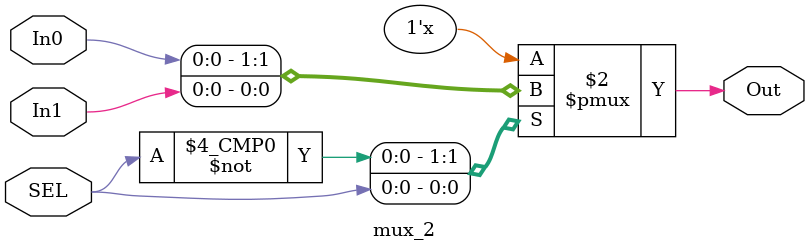
<source format=v>
module mux_2(In0, In1, SEL, Out);
parameter WIDTH = 1;

input [WIDTH-1 :0] In0, In1;
input SEL;
output reg [WIDTH-1 :0] Out;

always@(*) begin
    case(SEL)
        1'd0: Out = In0;
        1'd1: Out = In1;
    endcase
end


endmodule
</source>
